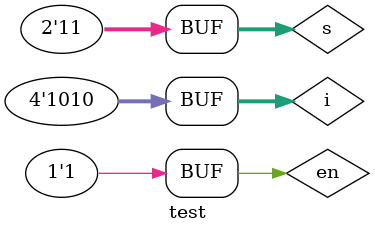
<source format=v>
`timescale 1ns / 1ps


module test;

	// Inputs
	reg en;
	reg [1:0] s;
	reg [3:0] i;

	// Outputs
	wire y;

	// Instantiate the Unit Under Test (UUT)
	mux4to1 uut (
		.en(en), 
		.s(s), 
		.i(i), 
		.y(y)
	);

	initial begin
		// Initialize Inputs
		en = 0;
		s = 0;
		i = 0;

		// Wait 100 ns for global reset to finish
		#100;
		 i=4'b1010;
        en = 1;
		  #20;
		  s = 2'b00;	 
		  #20;
		  s = 2'b01;	 
		  #20;
		  s = 2'b10; 
		  #20;
		  s = 2'b11;		  
		  #20;
	end   
endmodule


</source>
